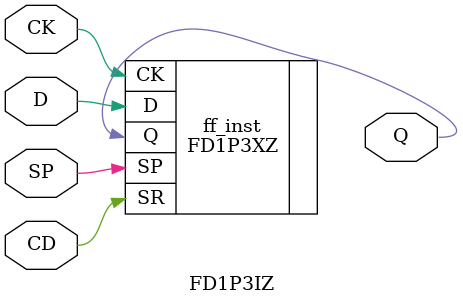
<source format=v>
`timescale 1ns/1ns
module FD1P3IZ(D, CK, SP, CD, Q); // synthesis syn_black_box
    (* \desc = "data in" *)
    input D;
    (* \desc = "clock" *)
    input CK;
    (* \desc = "clock enable, active high" *)
    input SP;
    (* \desc = "clear, active high" *)
    input CD;
    (* \desc = "data out" *)
    output Q;

    FD1P3XZ ff_inst(.D(D), .SP(SP), .SR(CD), .CK(CK), .Q(Q));

    defparam ff_inst.REGSET = "RESET";
    defparam ff_inst.SRMODE = "CE_OVER_LSR";
endmodule

</source>
